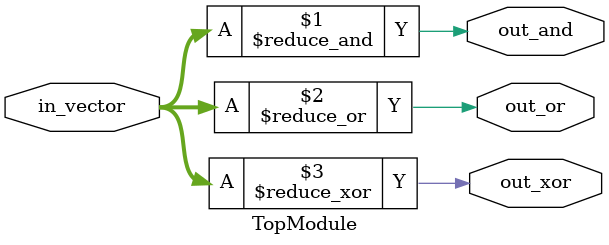
<source format=sv>
module TopModule (
    input  logic [3:0] in_vector,
    output logic out_and,
    output logic out_or,
    output logic out_xor
);

assign out_and = &in_vector;  // Logical AND of all bits
assign out_or  = |in_vector;  // Logical OR of all bits
assign out_xor = ^in_vector;  // Logical XOR of all bits

endmodule
</source>
